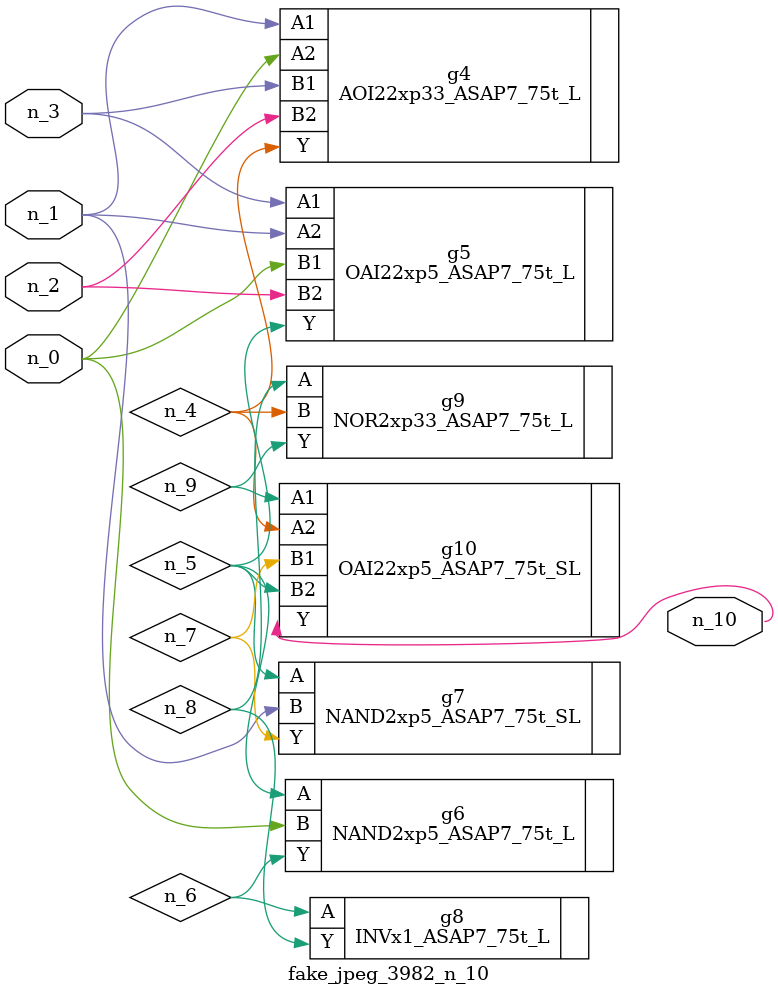
<source format=v>
module fake_jpeg_3982_n_10 (n_0, n_3, n_2, n_1, n_10);

input n_0;
input n_3;
input n_2;
input n_1;

output n_10;

wire n_4;
wire n_8;
wire n_9;
wire n_6;
wire n_5;
wire n_7;

AOI22xp33_ASAP7_75t_L g4 ( 
.A1(n_1),
.A2(n_0),
.B1(n_3),
.B2(n_2),
.Y(n_4)
);

OAI22xp5_ASAP7_75t_L g5 ( 
.A1(n_3),
.A2(n_1),
.B1(n_0),
.B2(n_2),
.Y(n_5)
);

NAND2xp5_ASAP7_75t_L g6 ( 
.A(n_5),
.B(n_0),
.Y(n_6)
);

INVx1_ASAP7_75t_L g8 ( 
.A(n_6),
.Y(n_8)
);

NAND2xp5_ASAP7_75t_SL g7 ( 
.A(n_5),
.B(n_1),
.Y(n_7)
);

NOR2xp33_ASAP7_75t_L g9 ( 
.A(n_8),
.B(n_4),
.Y(n_9)
);

OAI22xp5_ASAP7_75t_SL g10 ( 
.A1(n_9),
.A2(n_4),
.B1(n_7),
.B2(n_5),
.Y(n_10)
);


endmodule
</source>
